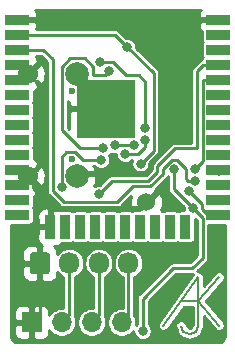
<source format=gbr>
%TF.GenerationSoftware,KiCad,Pcbnew,(5.1.9-0-10_14)*%
%TF.CreationDate,2021-05-02T14:38:14+01:00*%
%TF.ProjectId,Keypad,4b657970-6164-42e6-9b69-6361645f7063,4*%
%TF.SameCoordinates,Original*%
%TF.FileFunction,Copper,L1,Top*%
%TF.FilePolarity,Positive*%
%FSLAX46Y46*%
G04 Gerber Fmt 4.6, Leading zero omitted, Abs format (unit mm)*
G04 Created by KiCad (PCBNEW (5.1.9-0-10_14)) date 2021-05-02 14:38:14*
%MOMM*%
%LPD*%
G01*
G04 APERTURE LIST*
%TA.AperFunction,EtchedComponent*%
%ADD10C,0.200000*%
%TD*%
%TA.AperFunction,SMDPad,CuDef*%
%ADD11R,2.000000X0.900000*%
%TD*%
%TA.AperFunction,SMDPad,CuDef*%
%ADD12R,0.900000X2.000000*%
%TD*%
%TA.AperFunction,SMDPad,CuDef*%
%ADD13R,5.000000X5.000000*%
%TD*%
%TA.AperFunction,ComponentPad*%
%ADD14C,1.524000*%
%TD*%
%TA.AperFunction,ComponentPad*%
%ADD15O,1.700000X1.700000*%
%TD*%
%TA.AperFunction,ComponentPad*%
%ADD16R,1.700000X1.700000*%
%TD*%
%TA.AperFunction,ComponentPad*%
%ADD17O,1.700000X1.850000*%
%TD*%
%TA.AperFunction,ComponentPad*%
%ADD18C,1.700000*%
%TD*%
%TA.AperFunction,ComponentPad*%
%ADD19C,2.000000*%
%TD*%
%TA.AperFunction,ComponentPad*%
%ADD20C,0.600000*%
%TD*%
%TA.AperFunction,ViaPad*%
%ADD21C,0.800000*%
%TD*%
%TA.AperFunction,Conductor*%
%ADD22C,0.250000*%
%TD*%
%TA.AperFunction,Conductor*%
%ADD23C,0.500000*%
%TD*%
%TA.AperFunction,Conductor*%
%ADD24C,0.254000*%
%TD*%
%TA.AperFunction,Conductor*%
%ADD25C,0.100000*%
%TD*%
G04 APERTURE END LIST*
D10*
%TO.C,AJK1*%
X128070000Y-124050000D02*
X126305290Y-126108820D01*
X126305300Y-126109000D02*
X124834700Y-126109000D01*
X126305290Y-126108820D02*
X128070000Y-128167650D01*
X125050074Y-128687579D02*
X124834712Y-128167650D01*
X126089938Y-128687579D02*
X125570006Y-128902940D01*
X125570006Y-128902940D02*
X125050074Y-128687579D01*
X126305300Y-124050000D02*
X126305300Y-128167650D01*
X126305300Y-128167650D02*
X126089938Y-128687579D01*
X123364120Y-128167650D02*
X126305300Y-124050000D01*
%TD*%
D11*
%TO.P,U1,38*%
%TO.N,GND*%
X128000000Y-102295000D03*
%TO.P,U1,37*%
%TO.N,Net-(U1-Pad37)*%
X128000000Y-103565000D03*
%TO.P,U1,36*%
%TO.N,Net-(U1-Pad36)*%
X128000000Y-104835000D03*
%TO.P,U1,35*%
%TO.N,O*%
X128000000Y-106105000D03*
%TO.P,U1,34*%
%TO.N,I*%
X128000000Y-107375000D03*
%TO.P,U1,33*%
%TO.N,Net-(U1-Pad33)*%
X128000000Y-108645000D03*
%TO.P,U1,32*%
%TO.N,Net-(U1-Pad32)*%
X128000000Y-109915000D03*
%TO.P,U1,31*%
%TO.N,Net-(U1-Pad31)*%
X128000000Y-111185000D03*
%TO.P,U1,30*%
%TO.N,Net-(U1-Pad30)*%
X128000000Y-112455000D03*
%TO.P,U1,29*%
%TO.N,Net-(U1-Pad29)*%
X128000000Y-113725000D03*
%TO.P,U1,28*%
%TO.N,Net-(U1-Pad28)*%
X128000000Y-114995000D03*
%TO.P,U1,27*%
%TO.N,Net-(U1-Pad27)*%
X128000000Y-116265000D03*
%TO.P,U1,26*%
%TO.N,Net-(U1-Pad26)*%
X128000000Y-117535000D03*
%TO.P,U1,25*%
%TO.N,GPIO0*%
X128000000Y-118805000D03*
D12*
%TO.P,U1,24*%
%TO.N,Net-(U1-Pad24)*%
X125215000Y-119805000D03*
%TO.P,U1,23*%
%TO.N,Net-(U1-Pad23)*%
X123945000Y-119805000D03*
%TO.P,U1,22*%
%TO.N,Net-(U1-Pad22)*%
X122675000Y-119805000D03*
%TO.P,U1,21*%
%TO.N,Net-(U1-Pad21)*%
X121405000Y-119805000D03*
%TO.P,U1,20*%
%TO.N,Net-(U1-Pad20)*%
X120135000Y-119805000D03*
%TO.P,U1,19*%
%TO.N,Net-(U1-Pad19)*%
X118865000Y-119805000D03*
%TO.P,U1,18*%
%TO.N,Net-(U1-Pad18)*%
X117595000Y-119805000D03*
%TO.P,U1,17*%
%TO.N,Net-(U1-Pad17)*%
X116325000Y-119805000D03*
%TO.P,U1,16*%
%TO.N,Net-(U1-Pad16)*%
X115055000Y-119805000D03*
%TO.P,U1,15*%
%TO.N,GND*%
X113785000Y-119805000D03*
D11*
%TO.P,U1,14*%
%TO.N,Net-(U1-Pad14)*%
X111000000Y-118805000D03*
%TO.P,U1,13*%
%TO.N,Net-(U1-Pad13)*%
X111000000Y-117535000D03*
%TO.P,U1,12*%
%TO.N,GND*%
X111000000Y-116265000D03*
%TO.P,U1,11*%
X111000000Y-114995000D03*
%TO.P,U1,10*%
%TO.N,Net-(U1-Pad10)*%
X111000000Y-113725000D03*
%TO.P,U1,9*%
%TO.N,Net-(U1-Pad9)*%
X111000000Y-112455000D03*
%TO.P,U1,8*%
%TO.N,Net-(U1-Pad8)*%
X111000000Y-111185000D03*
%TO.P,U1,7*%
%TO.N,Net-(U1-Pad7)*%
X111000000Y-109915000D03*
%TO.P,U1,6*%
%TO.N,Net-(U1-Pad6)*%
X111000000Y-108645000D03*
%TO.P,U1,5*%
%TO.N,GND*%
X111000000Y-107375000D03*
%TO.P,U1,4*%
X111000000Y-106105000D03*
%TO.P,U1,3*%
%TO.N,EN*%
X111000000Y-104835000D03*
%TO.P,U1,2*%
%TO.N,+3V3*%
X111000000Y-103565000D03*
%TO.P,U1,1*%
%TO.N,GND*%
X111000000Y-102295000D03*
D13*
%TO.P,U1,39*%
X118500000Y-109795000D03*
%TD*%
D14*
%TO.P,U2,21*%
%TO.N,GND*%
X121925000Y-117725000D03*
%TD*%
D15*
%TO.P,J3,4*%
%TO.N,Net-(J1-Pad4)*%
X119820000Y-127900000D03*
%TO.P,J3,3*%
%TO.N,Net-(J1-Pad3)*%
X117280000Y-127900000D03*
%TO.P,J3,2*%
%TO.N,VBUS*%
X114740000Y-127900000D03*
D16*
%TO.P,J3,1*%
%TO.N,GND*%
X112200000Y-127900000D03*
%TD*%
D17*
%TO.P,J1,4*%
%TO.N,Net-(J1-Pad4)*%
X120400000Y-122900000D03*
%TO.P,J1,3*%
%TO.N,Net-(J1-Pad3)*%
X117900000Y-122900000D03*
%TO.P,J1,2*%
%TO.N,VBUS*%
X115400000Y-122900000D03*
%TO.P,J1,1*%
%TO.N,GND*%
%TA.AperFunction,ComponentPad*%
G36*
G01*
X112050000Y-123575000D02*
X112050000Y-122225000D01*
G75*
G02*
X112300000Y-121975000I250000J0D01*
G01*
X113500000Y-121975000D01*
G75*
G02*
X113750000Y-122225000I0J-250000D01*
G01*
X113750000Y-123575000D01*
G75*
G02*
X113500000Y-123825000I-250000J0D01*
G01*
X112300000Y-123825000D01*
G75*
G02*
X112050000Y-123575000I0J250000D01*
G01*
G37*
%TD.AperFunction*%
%TD*%
D18*
%TO.P,J2,S1*%
%TO.N,GND*%
X111890000Y-106875000D03*
X111890000Y-115525000D03*
D19*
X116070000Y-106875000D03*
X116070000Y-115525000D03*
D20*
X115590000Y-108310000D03*
X115590000Y-114090000D03*
%TD*%
D21*
%TO.N,D+*%
X121799886Y-112494553D03*
X120129029Y-113632466D03*
%TO.N,GND*%
X111000000Y-102300000D03*
X124600000Y-110600000D03*
X124600000Y-112100000D03*
%TO.N,D-*%
X119238939Y-112907648D03*
X120881915Y-112907456D03*
%TO.N,+3V3*%
X121602532Y-128625010D03*
X125861930Y-118230814D03*
X120273079Y-104570983D03*
X124274290Y-114936020D03*
X121432949Y-114489255D03*
%TO.N,VBUS*%
X118067593Y-114149990D03*
X114737045Y-116461725D03*
%TO.N,O*%
X117899969Y-117009981D03*
%TO.N,I*%
X125997837Y-114925010D03*
%TO.N,EN*%
X126030254Y-115924496D03*
%TO.N,Net-(J2-PadA5)*%
X118767233Y-106605264D03*
X118274320Y-113171579D03*
%TO.N,Net-(J2-PadB5)*%
X118025034Y-105880254D03*
X121799979Y-111471124D03*
%TO.N,Net-(U1-Pad28)*%
X128046649Y-115125010D03*
%TO.N,Net-(U1-Pad27)*%
X127899980Y-116265000D03*
%TO.N,Net-(U1-Pad26)*%
X127899980Y-117535000D03*
%TO.N,GPIO0*%
X125500022Y-116780935D03*
%TD*%
D22*
%TO.N,D+*%
X121227658Y-113632466D02*
X120129029Y-113632466D01*
X121799886Y-112494553D02*
X121799886Y-113060238D01*
X121799886Y-113060238D02*
X121227658Y-113632466D01*
%TO.N,GND*%
X112900000Y-127200000D02*
X112200000Y-127900000D01*
X112900000Y-122900000D02*
X112900000Y-127200000D01*
X111120000Y-106105000D02*
X111890000Y-106875000D01*
X111000000Y-106105000D02*
X111120000Y-106105000D01*
X111390000Y-107375000D02*
X111890000Y-106875000D01*
X111000000Y-107375000D02*
X111390000Y-107375000D01*
X111360000Y-114995000D02*
X111890000Y-115525000D01*
X111000000Y-114995000D02*
X111360000Y-114995000D01*
X111150000Y-116265000D02*
X111890000Y-115525000D01*
X111000000Y-116265000D02*
X111150000Y-116265000D01*
X112325001Y-115960001D02*
X112325001Y-116525001D01*
X111890000Y-115525000D02*
X112325001Y-115960001D01*
X112325001Y-116525001D02*
X113785000Y-117985000D01*
D23*
X116070000Y-107365000D02*
X118500000Y-109795000D01*
X116070000Y-106875000D02*
X116070000Y-107365000D01*
D22*
X113785000Y-118185000D02*
X113785000Y-119805000D01*
X113785000Y-117985000D02*
X113785000Y-118185000D01*
D23*
X121340006Y-118309994D02*
X113909994Y-118309994D01*
X121925000Y-117725000D02*
X121340006Y-118309994D01*
X113909994Y-118309994D02*
X113785000Y-118185000D01*
X122282951Y-114897257D02*
X122282951Y-114452441D01*
X122282951Y-114452441D02*
X123400000Y-113335392D01*
X123400000Y-113335392D02*
X123400000Y-105395000D01*
X116070000Y-115525000D02*
X116252938Y-115342062D01*
X116252938Y-115342062D02*
X121838146Y-115342062D01*
X121838146Y-115342062D02*
X122282951Y-114897257D01*
X126500000Y-102295000D02*
X128000000Y-102295000D01*
X123400000Y-105395000D02*
X126500000Y-102295000D01*
D22*
%TO.N,D-*%
X119239131Y-112907456D02*
X120881915Y-112907456D01*
X119238939Y-112907648D02*
X119239131Y-112907456D01*
%TO.N,+3V3*%
X121602532Y-125897466D02*
X121602532Y-128625010D01*
X124199998Y-123300000D02*
X121602532Y-125897466D01*
X125800000Y-123300000D02*
X124199998Y-123300000D01*
X126674999Y-122425001D02*
X125800000Y-123300000D01*
X126674999Y-119043883D02*
X126674999Y-122425001D01*
X125861930Y-118230814D02*
X126674999Y-119043883D01*
X111000000Y-103565000D02*
X119267096Y-103565000D01*
X119267096Y-103565000D02*
X120273079Y-104570983D01*
X125861930Y-118230814D02*
X124274290Y-116643174D01*
X124274290Y-116643174D02*
X124274290Y-114936020D01*
X120273079Y-104570983D02*
X122524989Y-106822893D01*
X122524989Y-113397215D02*
X121432949Y-114489255D01*
X122524989Y-106822893D02*
X122524989Y-113397215D01*
%TO.N,VBUS*%
X115400000Y-127240000D02*
X114740000Y-127900000D01*
X115400000Y-122900000D02*
X115400000Y-127240000D01*
X116574992Y-114149990D02*
X115890001Y-113464999D01*
X114737045Y-113862955D02*
X114737045Y-116461725D01*
X118067593Y-114149990D02*
X116574992Y-114149990D01*
X115890001Y-113464999D02*
X115135001Y-113464999D01*
X115135001Y-113464999D02*
X114737045Y-113862955D01*
%TO.N,O*%
X126224988Y-113175012D02*
X124373568Y-113175012D01*
X126224988Y-106630012D02*
X126224988Y-113175012D01*
X122857962Y-114690618D02*
X122857962Y-115135434D01*
X124373568Y-113175012D02*
X122857962Y-114690618D01*
X122076323Y-115917073D02*
X118992877Y-115917073D01*
X118992877Y-115917073D02*
X117899969Y-117009981D01*
X128000000Y-106105000D02*
X126750000Y-106105000D01*
X126750000Y-106105000D02*
X126224988Y-106630012D01*
X122857962Y-115135434D02*
X122076323Y-115917073D01*
%TO.N,I*%
X126674999Y-107450001D02*
X126674999Y-114247848D01*
X126674999Y-114247848D02*
X125997837Y-114925010D01*
X126750000Y-107375000D02*
X126674999Y-107450001D01*
X128000000Y-107375000D02*
X126750000Y-107375000D01*
%TO.N,EN*%
X114984983Y-117734983D02*
X119402296Y-117734983D01*
X113198590Y-104835000D02*
X113987044Y-105623454D01*
X120770195Y-116367084D02*
X122262723Y-116367084D01*
X113987044Y-105623454D02*
X113987044Y-116737044D01*
X111000000Y-104835000D02*
X113198590Y-104835000D01*
X123307973Y-114877017D02*
X124060414Y-114124577D01*
X122262723Y-116367084D02*
X123307973Y-115321834D01*
X113987044Y-116737044D02*
X114984983Y-117734983D01*
X119402296Y-117734983D02*
X120770195Y-116367084D01*
X124060414Y-114124577D02*
X124488167Y-114124577D01*
X123307973Y-115321834D02*
X123307973Y-114877017D01*
X124488167Y-114124577D02*
X125272836Y-114909246D01*
X125272836Y-114909246D02*
X125272836Y-115732763D01*
X125272836Y-115732763D02*
X125464569Y-115924496D01*
X125464569Y-115924496D02*
X126030254Y-115924496D01*
%TO.N,Net-(J2-PadA5)*%
X114744999Y-106238999D02*
X114744999Y-111625001D01*
X114744999Y-111625001D02*
X116291577Y-113171579D01*
X117395001Y-106969999D02*
X117395001Y-106238999D01*
X115433999Y-105549999D02*
X114744999Y-106238999D01*
X118767233Y-106605264D02*
X118402498Y-106969999D01*
X116291577Y-113171579D02*
X118274320Y-113171579D01*
X118402498Y-106969999D02*
X117395001Y-106969999D01*
X117395001Y-106238999D02*
X116706001Y-105549999D01*
X116706001Y-105549999D02*
X115433999Y-105549999D01*
%TO.N,Net-(J2-PadB5)*%
X118025034Y-105880254D02*
X119080254Y-105880254D01*
X121799979Y-107509977D02*
X121799979Y-111471124D01*
X121260001Y-106969999D02*
X121799979Y-107509977D01*
X119080254Y-105880254D02*
X120169999Y-106969999D01*
X120169999Y-106969999D02*
X121260001Y-106969999D01*
%TO.N,Net-(U1-Pad28)*%
X127916639Y-114995000D02*
X128046649Y-115125010D01*
X127257310Y-114995000D02*
X127916639Y-114995000D01*
%TO.N,Net-(J1-Pad4)*%
X120400000Y-127320000D02*
X119820000Y-127900000D01*
X120400000Y-122900000D02*
X120400000Y-127320000D01*
%TO.N,Net-(J1-Pad3)*%
X117900000Y-127280000D02*
X117280000Y-127900000D01*
X117900000Y-122900000D02*
X117900000Y-127280000D01*
%TO.N,GPIO0*%
X128000000Y-118805000D02*
X127105000Y-118805000D01*
X127105000Y-118805000D02*
X126600000Y-118300000D01*
X126600000Y-117880913D02*
X126600000Y-118300000D01*
X125500022Y-116780935D02*
X126600000Y-117880913D01*
%TD*%
D24*
%TO.N,GND*%
X113485044Y-105831389D02*
X113485045Y-116712391D01*
X113482617Y-116737044D01*
X113492309Y-116835453D01*
X113521014Y-116930080D01*
X113567628Y-117017289D01*
X113614645Y-117074579D01*
X113614648Y-117074582D01*
X113630361Y-117093728D01*
X113649507Y-117109441D01*
X114612590Y-118072526D01*
X114628299Y-118091667D01*
X114647439Y-118107375D01*
X114647447Y-118107383D01*
X114674970Y-118129970D01*
X114704738Y-118154400D01*
X114791947Y-118201014D01*
X114886574Y-118229719D01*
X114960330Y-118236983D01*
X114960340Y-118236983D01*
X114984983Y-118239410D01*
X115009626Y-118236983D01*
X119377653Y-118236983D01*
X119402296Y-118239410D01*
X119426939Y-118236983D01*
X119426949Y-118236983D01*
X119500705Y-118229719D01*
X119595332Y-118201014D01*
X119682541Y-118154400D01*
X119758980Y-118091667D01*
X119774697Y-118072516D01*
X120611190Y-117236024D01*
X120602244Y-117255048D01*
X120535977Y-117522135D01*
X120523090Y-117797017D01*
X120564078Y-118069133D01*
X120657364Y-118328023D01*
X120719344Y-118443980D01*
X120792492Y-118464387D01*
X120770000Y-118476409D01*
X120729970Y-118455012D01*
X120658905Y-118433455D01*
X120585000Y-118426176D01*
X119685000Y-118426176D01*
X119611095Y-118433455D01*
X119540030Y-118455012D01*
X119500000Y-118476409D01*
X119459970Y-118455012D01*
X119388905Y-118433455D01*
X119315000Y-118426176D01*
X118415000Y-118426176D01*
X118341095Y-118433455D01*
X118270030Y-118455012D01*
X118230000Y-118476409D01*
X118189970Y-118455012D01*
X118118905Y-118433455D01*
X118045000Y-118426176D01*
X117145000Y-118426176D01*
X117071095Y-118433455D01*
X117000030Y-118455012D01*
X116960000Y-118476409D01*
X116919970Y-118455012D01*
X116848905Y-118433455D01*
X116775000Y-118426176D01*
X115875000Y-118426176D01*
X115801095Y-118433455D01*
X115730030Y-118455012D01*
X115690000Y-118476409D01*
X115649970Y-118455012D01*
X115578905Y-118433455D01*
X115505000Y-118426176D01*
X114745570Y-118426176D01*
X114686185Y-118353815D01*
X114589494Y-118274463D01*
X114479180Y-118215498D01*
X114359482Y-118179188D01*
X114235000Y-118166928D01*
X114070750Y-118170000D01*
X113912000Y-118328750D01*
X113912000Y-119678000D01*
X113932000Y-119678000D01*
X113932000Y-119932000D01*
X113912000Y-119932000D01*
X113912000Y-119952000D01*
X113658000Y-119952000D01*
X113658000Y-119932000D01*
X112858750Y-119932000D01*
X112700000Y-120090750D01*
X112696928Y-120805000D01*
X112709188Y-120929482D01*
X112745498Y-121049180D01*
X112804463Y-121159494D01*
X112883815Y-121256185D01*
X112980506Y-121335537D01*
X113090820Y-121394502D01*
X113121839Y-121403911D01*
X113027000Y-121498750D01*
X113027000Y-122773000D01*
X113047000Y-122773000D01*
X113047000Y-123027000D01*
X113027000Y-123027000D01*
X113027000Y-124301250D01*
X113185750Y-124460000D01*
X113750000Y-124463072D01*
X113874482Y-124450812D01*
X113994180Y-124414502D01*
X114104494Y-124355537D01*
X114201185Y-124276185D01*
X114280537Y-124179494D01*
X114339502Y-124069180D01*
X114375812Y-123949482D01*
X114388072Y-123825000D01*
X114387352Y-123675216D01*
X114528184Y-123846817D01*
X114715018Y-124000149D01*
X114898000Y-124097954D01*
X114898001Y-126680390D01*
X114860849Y-126673000D01*
X114619151Y-126673000D01*
X114382097Y-126720153D01*
X114158798Y-126812647D01*
X113957833Y-126946927D01*
X113786927Y-127117833D01*
X113686888Y-127267553D01*
X113688072Y-127050000D01*
X113675812Y-126925518D01*
X113639502Y-126805820D01*
X113580537Y-126695506D01*
X113501185Y-126598815D01*
X113404494Y-126519463D01*
X113294180Y-126460498D01*
X113174482Y-126424188D01*
X113050000Y-126411928D01*
X112485750Y-126415000D01*
X112327000Y-126573750D01*
X112327000Y-127773000D01*
X112347000Y-127773000D01*
X112347000Y-128027000D01*
X112327000Y-128027000D01*
X112327000Y-129226250D01*
X112485750Y-129385000D01*
X113050000Y-129388072D01*
X113174482Y-129375812D01*
X113294180Y-129339502D01*
X113404494Y-129280537D01*
X113501185Y-129201185D01*
X113580537Y-129104494D01*
X113639502Y-128994180D01*
X113675812Y-128874482D01*
X113688072Y-128750000D01*
X113686888Y-128532447D01*
X113786927Y-128682167D01*
X113957833Y-128853073D01*
X114158798Y-128987353D01*
X114382097Y-129079847D01*
X114619151Y-129127000D01*
X114860849Y-129127000D01*
X115097903Y-129079847D01*
X115321202Y-128987353D01*
X115522167Y-128853073D01*
X115693073Y-128682167D01*
X115827353Y-128481202D01*
X115919847Y-128257903D01*
X115967000Y-128020849D01*
X115967000Y-127779151D01*
X116053000Y-127779151D01*
X116053000Y-128020849D01*
X116100153Y-128257903D01*
X116192647Y-128481202D01*
X116326927Y-128682167D01*
X116497833Y-128853073D01*
X116698798Y-128987353D01*
X116922097Y-129079847D01*
X117159151Y-129127000D01*
X117400849Y-129127000D01*
X117637903Y-129079847D01*
X117861202Y-128987353D01*
X118062167Y-128853073D01*
X118233073Y-128682167D01*
X118367353Y-128481202D01*
X118459847Y-128257903D01*
X118507000Y-128020849D01*
X118507000Y-127779151D01*
X118459847Y-127542097D01*
X118393598Y-127382159D01*
X118394736Y-127378409D01*
X118402000Y-127304653D01*
X118402000Y-127304644D01*
X118404427Y-127280001D01*
X118402000Y-127255358D01*
X118402000Y-124097955D01*
X118584983Y-124000149D01*
X118771817Y-123846817D01*
X118925149Y-123659982D01*
X119039084Y-123446823D01*
X119109245Y-123215533D01*
X119127000Y-123035267D01*
X119127000Y-122764732D01*
X119109245Y-122584466D01*
X119039084Y-122353176D01*
X118925149Y-122140017D01*
X118771817Y-121953183D01*
X118584982Y-121799851D01*
X118371823Y-121685916D01*
X118140533Y-121615755D01*
X117900000Y-121592064D01*
X117659466Y-121615755D01*
X117428176Y-121685916D01*
X117215017Y-121799851D01*
X117028183Y-121953183D01*
X116874851Y-122140018D01*
X116760916Y-122353177D01*
X116690755Y-122584467D01*
X116673000Y-122764733D01*
X116673000Y-123035268D01*
X116690755Y-123215534D01*
X116760916Y-123446824D01*
X116874851Y-123659983D01*
X117028184Y-123846817D01*
X117215018Y-124000149D01*
X117398000Y-124097954D01*
X117398001Y-126673000D01*
X117159151Y-126673000D01*
X116922097Y-126720153D01*
X116698798Y-126812647D01*
X116497833Y-126946927D01*
X116326927Y-127117833D01*
X116192647Y-127318798D01*
X116100153Y-127542097D01*
X116053000Y-127779151D01*
X115967000Y-127779151D01*
X115919847Y-127542097D01*
X115869684Y-127420994D01*
X115894736Y-127338409D01*
X115902000Y-127264653D01*
X115902000Y-127264643D01*
X115904427Y-127240000D01*
X115902000Y-127215357D01*
X115902000Y-124097955D01*
X116084983Y-124000149D01*
X116271817Y-123846817D01*
X116425149Y-123659982D01*
X116539084Y-123446823D01*
X116609245Y-123215533D01*
X116627000Y-123035267D01*
X116627000Y-122764732D01*
X116609245Y-122584466D01*
X116539084Y-122353176D01*
X116425149Y-122140017D01*
X116271817Y-121953183D01*
X116084982Y-121799851D01*
X115871823Y-121685916D01*
X115640533Y-121615755D01*
X115400000Y-121592064D01*
X115159466Y-121615755D01*
X114928176Y-121685916D01*
X114715017Y-121799851D01*
X114528183Y-121953183D01*
X114387352Y-122124785D01*
X114388072Y-121975000D01*
X114375812Y-121850518D01*
X114339502Y-121730820D01*
X114280537Y-121620506D01*
X114201185Y-121523815D01*
X114104494Y-121444463D01*
X114097065Y-121440492D01*
X114235000Y-121443072D01*
X114359482Y-121430812D01*
X114479180Y-121394502D01*
X114589494Y-121335537D01*
X114686185Y-121256185D01*
X114745570Y-121183824D01*
X115505000Y-121183824D01*
X115578905Y-121176545D01*
X115649970Y-121154988D01*
X115690000Y-121133591D01*
X115730030Y-121154988D01*
X115801095Y-121176545D01*
X115875000Y-121183824D01*
X116775000Y-121183824D01*
X116848905Y-121176545D01*
X116919970Y-121154988D01*
X116960000Y-121133591D01*
X117000030Y-121154988D01*
X117071095Y-121176545D01*
X117145000Y-121183824D01*
X118045000Y-121183824D01*
X118118905Y-121176545D01*
X118189970Y-121154988D01*
X118230000Y-121133591D01*
X118270030Y-121154988D01*
X118341095Y-121176545D01*
X118415000Y-121183824D01*
X119315000Y-121183824D01*
X119388905Y-121176545D01*
X119459970Y-121154988D01*
X119500000Y-121133591D01*
X119540030Y-121154988D01*
X119611095Y-121176545D01*
X119685000Y-121183824D01*
X120585000Y-121183824D01*
X120658905Y-121176545D01*
X120729970Y-121154988D01*
X120770000Y-121133591D01*
X120810030Y-121154988D01*
X120881095Y-121176545D01*
X120955000Y-121183824D01*
X121855000Y-121183824D01*
X121928905Y-121176545D01*
X121999970Y-121154988D01*
X122040000Y-121133591D01*
X122080030Y-121154988D01*
X122151095Y-121176545D01*
X122225000Y-121183824D01*
X123125000Y-121183824D01*
X123198905Y-121176545D01*
X123269970Y-121154988D01*
X123310000Y-121133591D01*
X123350030Y-121154988D01*
X123421095Y-121176545D01*
X123495000Y-121183824D01*
X124395000Y-121183824D01*
X124468905Y-121176545D01*
X124539970Y-121154988D01*
X124580000Y-121133591D01*
X124620030Y-121154988D01*
X124691095Y-121176545D01*
X124765000Y-121183824D01*
X125665000Y-121183824D01*
X125738905Y-121176545D01*
X125809970Y-121154988D01*
X125875463Y-121119981D01*
X125932869Y-121072869D01*
X125979981Y-121015463D01*
X126014988Y-120949970D01*
X126036545Y-120878905D01*
X126043824Y-120805000D01*
X126043824Y-119122643D01*
X126172999Y-119251818D01*
X126173000Y-122217065D01*
X125592066Y-122798000D01*
X124224641Y-122798000D01*
X124199998Y-122795573D01*
X124175355Y-122798000D01*
X124175345Y-122798000D01*
X124101589Y-122805264D01*
X124006962Y-122833969D01*
X123966366Y-122855668D01*
X123919752Y-122880583D01*
X123862462Y-122927600D01*
X123862454Y-122927608D01*
X123843314Y-122943316D01*
X123827605Y-122962457D01*
X121264999Y-125525065D01*
X121245848Y-125540782D01*
X121183115Y-125617221D01*
X121136501Y-125704431D01*
X121107796Y-125799058D01*
X121100532Y-125872814D01*
X121100532Y-125872823D01*
X121098105Y-125897466D01*
X121100532Y-125922109D01*
X121100533Y-128028164D01*
X121031891Y-128096806D01*
X121047000Y-128020849D01*
X121047000Y-127779151D01*
X120999847Y-127542097D01*
X120907353Y-127318798D01*
X120903782Y-127313454D01*
X120902000Y-127295357D01*
X120902000Y-124097955D01*
X121084983Y-124000149D01*
X121271817Y-123846817D01*
X121425149Y-123659982D01*
X121539084Y-123446823D01*
X121609245Y-123215533D01*
X121627000Y-123035267D01*
X121627000Y-122764732D01*
X121609245Y-122584466D01*
X121539084Y-122353176D01*
X121425149Y-122140017D01*
X121271817Y-121953183D01*
X121084982Y-121799851D01*
X120871823Y-121685916D01*
X120640533Y-121615755D01*
X120400000Y-121592064D01*
X120159466Y-121615755D01*
X119928176Y-121685916D01*
X119715017Y-121799851D01*
X119528183Y-121953183D01*
X119374851Y-122140018D01*
X119260916Y-122353177D01*
X119190755Y-122584467D01*
X119173000Y-122764733D01*
X119173000Y-123035268D01*
X119190755Y-123215534D01*
X119260916Y-123446824D01*
X119374851Y-123659983D01*
X119528184Y-123846817D01*
X119715018Y-124000149D01*
X119898000Y-124097954D01*
X119898001Y-126673000D01*
X119699151Y-126673000D01*
X119462097Y-126720153D01*
X119238798Y-126812647D01*
X119037833Y-126946927D01*
X118866927Y-127117833D01*
X118732647Y-127318798D01*
X118640153Y-127542097D01*
X118593000Y-127779151D01*
X118593000Y-128020849D01*
X118640153Y-128257903D01*
X118732647Y-128481202D01*
X118866927Y-128682167D01*
X119037833Y-128853073D01*
X119238798Y-128987353D01*
X119462097Y-129079847D01*
X119699151Y-129127000D01*
X119940849Y-129127000D01*
X120177903Y-129079847D01*
X120401202Y-128987353D01*
X120602167Y-128853073D01*
X120773073Y-128682167D01*
X120825532Y-128603656D01*
X120825532Y-128701538D01*
X120855391Y-128851653D01*
X120913963Y-128993058D01*
X120998996Y-129120319D01*
X121107223Y-129228546D01*
X121234484Y-129313579D01*
X121375889Y-129372151D01*
X121526004Y-129402010D01*
X121679060Y-129402010D01*
X121829175Y-129372151D01*
X121970580Y-129313579D01*
X122097841Y-129228546D01*
X122206068Y-129120319D01*
X122291101Y-128993058D01*
X122349673Y-128851653D01*
X122379532Y-128701538D01*
X122379532Y-128548482D01*
X122349673Y-128398367D01*
X122291101Y-128256962D01*
X122206068Y-128129701D01*
X122104532Y-128028165D01*
X122104532Y-126105400D01*
X124407934Y-123802000D01*
X125775357Y-123802000D01*
X125800000Y-123804427D01*
X125824643Y-123802000D01*
X125824653Y-123802000D01*
X125898409Y-123794736D01*
X125901356Y-123793842D01*
X125899194Y-123797886D01*
X124454943Y-125819838D01*
X124436171Y-125842711D01*
X124428935Y-125856249D01*
X122962355Y-127909460D01*
X122927236Y-127970503D01*
X122897169Y-128059523D01*
X122885047Y-128152698D01*
X122891335Y-128246447D01*
X122915792Y-128337168D01*
X122957478Y-128421376D01*
X123014792Y-128495833D01*
X123085529Y-128557678D01*
X123166973Y-128604534D01*
X123255993Y-128634601D01*
X123349168Y-128646723D01*
X123442917Y-128640435D01*
X123533638Y-128615978D01*
X123617846Y-128574292D01*
X123692303Y-128516978D01*
X123738656Y-128463960D01*
X125080057Y-126586000D01*
X125828301Y-126586000D01*
X125828301Y-128072768D01*
X125724859Y-128322499D01*
X125570006Y-128386640D01*
X125415153Y-128322499D01*
X125266438Y-127963470D01*
X125233240Y-127901362D01*
X125173633Y-127828729D01*
X125101000Y-127769121D01*
X125018134Y-127724829D01*
X124928220Y-127697553D01*
X124834712Y-127688343D01*
X124741204Y-127697554D01*
X124651289Y-127724829D01*
X124568424Y-127769122D01*
X124495791Y-127828729D01*
X124436183Y-127901362D01*
X124391891Y-127984228D01*
X124364615Y-128074142D01*
X124355405Y-128167650D01*
X124364616Y-128261158D01*
X124385058Y-128328550D01*
X124600420Y-128848477D01*
X124607253Y-128871003D01*
X124651546Y-128953868D01*
X124688201Y-128998532D01*
X124711153Y-129026500D01*
X124783786Y-129086108D01*
X124866651Y-129130400D01*
X124889177Y-129137233D01*
X125365826Y-129334667D01*
X125386582Y-129345761D01*
X125409105Y-129352593D01*
X125409107Y-129352594D01*
X125476499Y-129373037D01*
X125551585Y-129380433D01*
X125570005Y-129382247D01*
X125570007Y-129382247D01*
X125663516Y-129373037D01*
X125753430Y-129345761D01*
X125774189Y-129334665D01*
X126250841Y-129137231D01*
X126273360Y-129130400D01*
X126294112Y-129119308D01*
X126294117Y-129119306D01*
X126328135Y-129101123D01*
X126356226Y-129086108D01*
X126428859Y-129026500D01*
X126451811Y-128998532D01*
X126488466Y-128953868D01*
X126532759Y-128871003D01*
X126539593Y-128848474D01*
X126737023Y-128371837D01*
X126748122Y-128351073D01*
X126775397Y-128261158D01*
X126782300Y-128191073D01*
X126782300Y-128191071D01*
X126784607Y-128167651D01*
X126782300Y-128144228D01*
X126782300Y-127398286D01*
X127723077Y-128495861D01*
X127773929Y-128544581D01*
X127853154Y-128595099D01*
X127940712Y-128629190D01*
X128033238Y-128645544D01*
X128127177Y-128643534D01*
X128218919Y-128623235D01*
X128304938Y-128585428D01*
X128381928Y-128531566D01*
X128446931Y-128463719D01*
X128497449Y-128384495D01*
X128531540Y-128296937D01*
X128547894Y-128204411D01*
X128545884Y-128110472D01*
X128525585Y-128018730D01*
X128487778Y-127932711D01*
X128447408Y-127875006D01*
X126933536Y-126108821D01*
X128447408Y-124342644D01*
X128487778Y-124284940D01*
X128525585Y-124198921D01*
X128545884Y-124107179D01*
X128547895Y-124013240D01*
X128531541Y-123920714D01*
X128497450Y-123833156D01*
X128446932Y-123753931D01*
X128381929Y-123686084D01*
X128304939Y-123632222D01*
X128218920Y-123594415D01*
X128127178Y-123574116D01*
X128033239Y-123572105D01*
X127940713Y-123588459D01*
X127853155Y-123622550D01*
X127773930Y-123673068D01*
X127723078Y-123721788D01*
X126782300Y-124819358D01*
X126782300Y-124080886D01*
X126784373Y-124064952D01*
X126782300Y-124034045D01*
X126782300Y-124026577D01*
X126780730Y-124010635D01*
X126778085Y-123971203D01*
X126776133Y-123963961D01*
X126775397Y-123956492D01*
X126763916Y-123918642D01*
X126753628Y-123880481D01*
X126750301Y-123873760D01*
X126748122Y-123866577D01*
X126729474Y-123831690D01*
X126711942Y-123796274D01*
X126707368Y-123790331D01*
X126703829Y-123783711D01*
X126678739Y-123753139D01*
X126654629Y-123721817D01*
X126648981Y-123716879D01*
X126644221Y-123711079D01*
X126613651Y-123685991D01*
X126583891Y-123659972D01*
X126577390Y-123656232D01*
X126571589Y-123651471D01*
X126536707Y-123632826D01*
X126502447Y-123613116D01*
X126495341Y-123610716D01*
X126488722Y-123607178D01*
X126450879Y-123595699D01*
X126413427Y-123583049D01*
X126405987Y-123582081D01*
X126398807Y-123579903D01*
X126359446Y-123576026D01*
X126320252Y-123570927D01*
X126312770Y-123571429D01*
X126305300Y-123570693D01*
X126265937Y-123574570D01*
X126233166Y-123576768D01*
X127012537Y-122797398D01*
X127031683Y-122781685D01*
X127094416Y-122705246D01*
X127141030Y-122618037D01*
X127169735Y-122523410D01*
X127176999Y-122449654D01*
X127176999Y-122449645D01*
X127179426Y-122425002D01*
X127176999Y-122400359D01*
X127176999Y-119633824D01*
X128573001Y-119633824D01*
X128573001Y-128979107D01*
X128560078Y-129110899D01*
X128527873Y-129217570D01*
X128475558Y-129315961D01*
X128405130Y-129402313D01*
X128319270Y-129473343D01*
X128221255Y-129526339D01*
X128114807Y-129559290D01*
X127984371Y-129573000D01*
X111020883Y-129573000D01*
X110889101Y-129560078D01*
X110782430Y-129527873D01*
X110684039Y-129475558D01*
X110597687Y-129405130D01*
X110526657Y-129319270D01*
X110473661Y-129221255D01*
X110440710Y-129114807D01*
X110427000Y-128984371D01*
X110427000Y-128750000D01*
X110711928Y-128750000D01*
X110724188Y-128874482D01*
X110760498Y-128994180D01*
X110819463Y-129104494D01*
X110898815Y-129201185D01*
X110995506Y-129280537D01*
X111105820Y-129339502D01*
X111225518Y-129375812D01*
X111350000Y-129388072D01*
X111914250Y-129385000D01*
X112073000Y-129226250D01*
X112073000Y-128027000D01*
X110873750Y-128027000D01*
X110715000Y-128185750D01*
X110711928Y-128750000D01*
X110427000Y-128750000D01*
X110427000Y-127050000D01*
X110711928Y-127050000D01*
X110715000Y-127614250D01*
X110873750Y-127773000D01*
X112073000Y-127773000D01*
X112073000Y-126573750D01*
X111914250Y-126415000D01*
X111350000Y-126411928D01*
X111225518Y-126424188D01*
X111105820Y-126460498D01*
X110995506Y-126519463D01*
X110898815Y-126598815D01*
X110819463Y-126695506D01*
X110760498Y-126805820D01*
X110724188Y-126925518D01*
X110711928Y-127050000D01*
X110427000Y-127050000D01*
X110427000Y-123825000D01*
X111411928Y-123825000D01*
X111424188Y-123949482D01*
X111460498Y-124069180D01*
X111519463Y-124179494D01*
X111598815Y-124276185D01*
X111695506Y-124355537D01*
X111805820Y-124414502D01*
X111925518Y-124450812D01*
X112050000Y-124463072D01*
X112614250Y-124460000D01*
X112773000Y-124301250D01*
X112773000Y-123027000D01*
X111573750Y-123027000D01*
X111415000Y-123185750D01*
X111411928Y-123825000D01*
X110427000Y-123825000D01*
X110427000Y-121975000D01*
X111411928Y-121975000D01*
X111415000Y-122614250D01*
X111573750Y-122773000D01*
X112773000Y-122773000D01*
X112773000Y-121498750D01*
X112614250Y-121340000D01*
X112050000Y-121336928D01*
X111925518Y-121349188D01*
X111805820Y-121385498D01*
X111695506Y-121444463D01*
X111598815Y-121523815D01*
X111519463Y-121620506D01*
X111460498Y-121730820D01*
X111424188Y-121850518D01*
X111411928Y-121975000D01*
X110427000Y-121975000D01*
X110427000Y-119633824D01*
X112000000Y-119633824D01*
X112073905Y-119626545D01*
X112144970Y-119604988D01*
X112210463Y-119569981D01*
X112267869Y-119522869D01*
X112314981Y-119465463D01*
X112349988Y-119399970D01*
X112371545Y-119328905D01*
X112378824Y-119255000D01*
X112378824Y-118805000D01*
X112696928Y-118805000D01*
X112700000Y-119519250D01*
X112858750Y-119678000D01*
X113658000Y-119678000D01*
X113658000Y-118328750D01*
X113499250Y-118170000D01*
X113335000Y-118166928D01*
X113210518Y-118179188D01*
X113090820Y-118215498D01*
X112980506Y-118274463D01*
X112883815Y-118353815D01*
X112804463Y-118450506D01*
X112745498Y-118560820D01*
X112709188Y-118680518D01*
X112696928Y-118805000D01*
X112378824Y-118805000D01*
X112378824Y-118355000D01*
X112371545Y-118281095D01*
X112349988Y-118210030D01*
X112328591Y-118170000D01*
X112349988Y-118129970D01*
X112371545Y-118058905D01*
X112378824Y-117985000D01*
X112378824Y-117225570D01*
X112451185Y-117166185D01*
X112530537Y-117069494D01*
X112589502Y-116959180D01*
X112625812Y-116839482D01*
X112627696Y-116820357D01*
X112661157Y-116802472D01*
X112738792Y-116553397D01*
X112323395Y-116138000D01*
X112476250Y-116138000D01*
X112579428Y-116034823D01*
X112918397Y-116373792D01*
X113167472Y-116296157D01*
X113293371Y-116032117D01*
X113365339Y-115748589D01*
X113380611Y-115456469D01*
X113338599Y-115166981D01*
X113240919Y-114891253D01*
X113167472Y-114753843D01*
X112918397Y-114676208D01*
X112635000Y-114959605D01*
X112635000Y-114867998D01*
X112476252Y-114867998D01*
X112635000Y-114709250D01*
X112637075Y-114598320D01*
X112738792Y-114496603D01*
X112661157Y-114247528D01*
X112523445Y-114181865D01*
X112451185Y-114093815D01*
X112378824Y-114034430D01*
X112378824Y-113275000D01*
X112371545Y-113201095D01*
X112349988Y-113130030D01*
X112328591Y-113090000D01*
X112349988Y-113049970D01*
X112371545Y-112978905D01*
X112378824Y-112905000D01*
X112378824Y-112005000D01*
X112371545Y-111931095D01*
X112349988Y-111860030D01*
X112328591Y-111820000D01*
X112349988Y-111779970D01*
X112371545Y-111708905D01*
X112378824Y-111635000D01*
X112378824Y-110735000D01*
X112371545Y-110661095D01*
X112349988Y-110590030D01*
X112328591Y-110550000D01*
X112349988Y-110509970D01*
X112371545Y-110438905D01*
X112378824Y-110365000D01*
X112378824Y-109465000D01*
X112371545Y-109391095D01*
X112349988Y-109320030D01*
X112328591Y-109280000D01*
X112349988Y-109239970D01*
X112371545Y-109168905D01*
X112378824Y-109095000D01*
X112378824Y-108335570D01*
X112451185Y-108276185D01*
X112479603Y-108241558D01*
X112523747Y-108225919D01*
X112661157Y-108152472D01*
X112738792Y-107903397D01*
X112637647Y-107802252D01*
X112635000Y-107660750D01*
X112476252Y-107502002D01*
X112635000Y-107502002D01*
X112635000Y-107440395D01*
X112918397Y-107723792D01*
X113167472Y-107646157D01*
X113293371Y-107382117D01*
X113365339Y-107098589D01*
X113380611Y-106806469D01*
X113338599Y-106516981D01*
X113240919Y-106241253D01*
X113167472Y-106103843D01*
X112918397Y-106026208D01*
X112594428Y-106350178D01*
X112476250Y-106232000D01*
X112353395Y-106232000D01*
X112738792Y-105846603D01*
X112661157Y-105597528D01*
X112630995Y-105583146D01*
X112625812Y-105530518D01*
X112589502Y-105410820D01*
X112550044Y-105337000D01*
X112990656Y-105337000D01*
X113485044Y-105831389D01*
%TA.AperFunction,Conductor*%
D25*
G36*
X113485044Y-105831389D02*
G01*
X113485045Y-116712391D01*
X113482617Y-116737044D01*
X113492309Y-116835453D01*
X113521014Y-116930080D01*
X113567628Y-117017289D01*
X113614645Y-117074579D01*
X113614648Y-117074582D01*
X113630361Y-117093728D01*
X113649507Y-117109441D01*
X114612590Y-118072526D01*
X114628299Y-118091667D01*
X114647439Y-118107375D01*
X114647447Y-118107383D01*
X114674970Y-118129970D01*
X114704738Y-118154400D01*
X114791947Y-118201014D01*
X114886574Y-118229719D01*
X114960330Y-118236983D01*
X114960340Y-118236983D01*
X114984983Y-118239410D01*
X115009626Y-118236983D01*
X119377653Y-118236983D01*
X119402296Y-118239410D01*
X119426939Y-118236983D01*
X119426949Y-118236983D01*
X119500705Y-118229719D01*
X119595332Y-118201014D01*
X119682541Y-118154400D01*
X119758980Y-118091667D01*
X119774697Y-118072516D01*
X120611190Y-117236024D01*
X120602244Y-117255048D01*
X120535977Y-117522135D01*
X120523090Y-117797017D01*
X120564078Y-118069133D01*
X120657364Y-118328023D01*
X120719344Y-118443980D01*
X120792492Y-118464387D01*
X120770000Y-118476409D01*
X120729970Y-118455012D01*
X120658905Y-118433455D01*
X120585000Y-118426176D01*
X119685000Y-118426176D01*
X119611095Y-118433455D01*
X119540030Y-118455012D01*
X119500000Y-118476409D01*
X119459970Y-118455012D01*
X119388905Y-118433455D01*
X119315000Y-118426176D01*
X118415000Y-118426176D01*
X118341095Y-118433455D01*
X118270030Y-118455012D01*
X118230000Y-118476409D01*
X118189970Y-118455012D01*
X118118905Y-118433455D01*
X118045000Y-118426176D01*
X117145000Y-118426176D01*
X117071095Y-118433455D01*
X117000030Y-118455012D01*
X116960000Y-118476409D01*
X116919970Y-118455012D01*
X116848905Y-118433455D01*
X116775000Y-118426176D01*
X115875000Y-118426176D01*
X115801095Y-118433455D01*
X115730030Y-118455012D01*
X115690000Y-118476409D01*
X115649970Y-118455012D01*
X115578905Y-118433455D01*
X115505000Y-118426176D01*
X114745570Y-118426176D01*
X114686185Y-118353815D01*
X114589494Y-118274463D01*
X114479180Y-118215498D01*
X114359482Y-118179188D01*
X114235000Y-118166928D01*
X114070750Y-118170000D01*
X113912000Y-118328750D01*
X113912000Y-119678000D01*
X113932000Y-119678000D01*
X113932000Y-119932000D01*
X113912000Y-119932000D01*
X113912000Y-119952000D01*
X113658000Y-119952000D01*
X113658000Y-119932000D01*
X112858750Y-119932000D01*
X112700000Y-120090750D01*
X112696928Y-120805000D01*
X112709188Y-120929482D01*
X112745498Y-121049180D01*
X112804463Y-121159494D01*
X112883815Y-121256185D01*
X112980506Y-121335537D01*
X113090820Y-121394502D01*
X113121839Y-121403911D01*
X113027000Y-121498750D01*
X113027000Y-122773000D01*
X113047000Y-122773000D01*
X113047000Y-123027000D01*
X113027000Y-123027000D01*
X113027000Y-124301250D01*
X113185750Y-124460000D01*
X113750000Y-124463072D01*
X113874482Y-124450812D01*
X113994180Y-124414502D01*
X114104494Y-124355537D01*
X114201185Y-124276185D01*
X114280537Y-124179494D01*
X114339502Y-124069180D01*
X114375812Y-123949482D01*
X114388072Y-123825000D01*
X114387352Y-123675216D01*
X114528184Y-123846817D01*
X114715018Y-124000149D01*
X114898000Y-124097954D01*
X114898001Y-126680390D01*
X114860849Y-126673000D01*
X114619151Y-126673000D01*
X114382097Y-126720153D01*
X114158798Y-126812647D01*
X113957833Y-126946927D01*
X113786927Y-127117833D01*
X113686888Y-127267553D01*
X113688072Y-127050000D01*
X113675812Y-126925518D01*
X113639502Y-126805820D01*
X113580537Y-126695506D01*
X113501185Y-126598815D01*
X113404494Y-126519463D01*
X113294180Y-126460498D01*
X113174482Y-126424188D01*
X113050000Y-126411928D01*
X112485750Y-126415000D01*
X112327000Y-126573750D01*
X112327000Y-127773000D01*
X112347000Y-127773000D01*
X112347000Y-128027000D01*
X112327000Y-128027000D01*
X112327000Y-129226250D01*
X112485750Y-129385000D01*
X113050000Y-129388072D01*
X113174482Y-129375812D01*
X113294180Y-129339502D01*
X113404494Y-129280537D01*
X113501185Y-129201185D01*
X113580537Y-129104494D01*
X113639502Y-128994180D01*
X113675812Y-128874482D01*
X113688072Y-128750000D01*
X113686888Y-128532447D01*
X113786927Y-128682167D01*
X113957833Y-128853073D01*
X114158798Y-128987353D01*
X114382097Y-129079847D01*
X114619151Y-129127000D01*
X114860849Y-129127000D01*
X115097903Y-129079847D01*
X115321202Y-128987353D01*
X115522167Y-128853073D01*
X115693073Y-128682167D01*
X115827353Y-128481202D01*
X115919847Y-128257903D01*
X115967000Y-128020849D01*
X115967000Y-127779151D01*
X116053000Y-127779151D01*
X116053000Y-128020849D01*
X116100153Y-128257903D01*
X116192647Y-128481202D01*
X116326927Y-128682167D01*
X116497833Y-128853073D01*
X116698798Y-128987353D01*
X116922097Y-129079847D01*
X117159151Y-129127000D01*
X117400849Y-129127000D01*
X117637903Y-129079847D01*
X117861202Y-128987353D01*
X118062167Y-128853073D01*
X118233073Y-128682167D01*
X118367353Y-128481202D01*
X118459847Y-128257903D01*
X118507000Y-128020849D01*
X118507000Y-127779151D01*
X118459847Y-127542097D01*
X118393598Y-127382159D01*
X118394736Y-127378409D01*
X118402000Y-127304653D01*
X118402000Y-127304644D01*
X118404427Y-127280001D01*
X118402000Y-127255358D01*
X118402000Y-124097955D01*
X118584983Y-124000149D01*
X118771817Y-123846817D01*
X118925149Y-123659982D01*
X119039084Y-123446823D01*
X119109245Y-123215533D01*
X119127000Y-123035267D01*
X119127000Y-122764732D01*
X119109245Y-122584466D01*
X119039084Y-122353176D01*
X118925149Y-122140017D01*
X118771817Y-121953183D01*
X118584982Y-121799851D01*
X118371823Y-121685916D01*
X118140533Y-121615755D01*
X117900000Y-121592064D01*
X117659466Y-121615755D01*
X117428176Y-121685916D01*
X117215017Y-121799851D01*
X117028183Y-121953183D01*
X116874851Y-122140018D01*
X116760916Y-122353177D01*
X116690755Y-122584467D01*
X116673000Y-122764733D01*
X116673000Y-123035268D01*
X116690755Y-123215534D01*
X116760916Y-123446824D01*
X116874851Y-123659983D01*
X117028184Y-123846817D01*
X117215018Y-124000149D01*
X117398000Y-124097954D01*
X117398001Y-126673000D01*
X117159151Y-126673000D01*
X116922097Y-126720153D01*
X116698798Y-126812647D01*
X116497833Y-126946927D01*
X116326927Y-127117833D01*
X116192647Y-127318798D01*
X116100153Y-127542097D01*
X116053000Y-127779151D01*
X115967000Y-127779151D01*
X115919847Y-127542097D01*
X115869684Y-127420994D01*
X115894736Y-127338409D01*
X115902000Y-127264653D01*
X115902000Y-127264643D01*
X115904427Y-127240000D01*
X115902000Y-127215357D01*
X115902000Y-124097955D01*
X116084983Y-124000149D01*
X116271817Y-123846817D01*
X116425149Y-123659982D01*
X116539084Y-123446823D01*
X116609245Y-123215533D01*
X116627000Y-123035267D01*
X116627000Y-122764732D01*
X116609245Y-122584466D01*
X116539084Y-122353176D01*
X116425149Y-122140017D01*
X116271817Y-121953183D01*
X116084982Y-121799851D01*
X115871823Y-121685916D01*
X115640533Y-121615755D01*
X115400000Y-121592064D01*
X115159466Y-121615755D01*
X114928176Y-121685916D01*
X114715017Y-121799851D01*
X114528183Y-121953183D01*
X114387352Y-122124785D01*
X114388072Y-121975000D01*
X114375812Y-121850518D01*
X114339502Y-121730820D01*
X114280537Y-121620506D01*
X114201185Y-121523815D01*
X114104494Y-121444463D01*
X114097065Y-121440492D01*
X114235000Y-121443072D01*
X114359482Y-121430812D01*
X114479180Y-121394502D01*
X114589494Y-121335537D01*
X114686185Y-121256185D01*
X114745570Y-121183824D01*
X115505000Y-121183824D01*
X115578905Y-121176545D01*
X115649970Y-121154988D01*
X115690000Y-121133591D01*
X115730030Y-121154988D01*
X115801095Y-121176545D01*
X115875000Y-121183824D01*
X116775000Y-121183824D01*
X116848905Y-121176545D01*
X116919970Y-121154988D01*
X116960000Y-121133591D01*
X117000030Y-121154988D01*
X117071095Y-121176545D01*
X117145000Y-121183824D01*
X118045000Y-121183824D01*
X118118905Y-121176545D01*
X118189970Y-121154988D01*
X118230000Y-121133591D01*
X118270030Y-121154988D01*
X118341095Y-121176545D01*
X118415000Y-121183824D01*
X119315000Y-121183824D01*
X119388905Y-121176545D01*
X119459970Y-121154988D01*
X119500000Y-121133591D01*
X119540030Y-121154988D01*
X119611095Y-121176545D01*
X119685000Y-121183824D01*
X120585000Y-121183824D01*
X120658905Y-121176545D01*
X120729970Y-121154988D01*
X120770000Y-121133591D01*
X120810030Y-121154988D01*
X120881095Y-121176545D01*
X120955000Y-121183824D01*
X121855000Y-121183824D01*
X121928905Y-121176545D01*
X121999970Y-121154988D01*
X122040000Y-121133591D01*
X122080030Y-121154988D01*
X122151095Y-121176545D01*
X122225000Y-121183824D01*
X123125000Y-121183824D01*
X123198905Y-121176545D01*
X123269970Y-121154988D01*
X123310000Y-121133591D01*
X123350030Y-121154988D01*
X123421095Y-121176545D01*
X123495000Y-121183824D01*
X124395000Y-121183824D01*
X124468905Y-121176545D01*
X124539970Y-121154988D01*
X124580000Y-121133591D01*
X124620030Y-121154988D01*
X124691095Y-121176545D01*
X124765000Y-121183824D01*
X125665000Y-121183824D01*
X125738905Y-121176545D01*
X125809970Y-121154988D01*
X125875463Y-121119981D01*
X125932869Y-121072869D01*
X125979981Y-121015463D01*
X126014988Y-120949970D01*
X126036545Y-120878905D01*
X126043824Y-120805000D01*
X126043824Y-119122643D01*
X126172999Y-119251818D01*
X126173000Y-122217065D01*
X125592066Y-122798000D01*
X124224641Y-122798000D01*
X124199998Y-122795573D01*
X124175355Y-122798000D01*
X124175345Y-122798000D01*
X124101589Y-122805264D01*
X124006962Y-122833969D01*
X123966366Y-122855668D01*
X123919752Y-122880583D01*
X123862462Y-122927600D01*
X123862454Y-122927608D01*
X123843314Y-122943316D01*
X123827605Y-122962457D01*
X121264999Y-125525065D01*
X121245848Y-125540782D01*
X121183115Y-125617221D01*
X121136501Y-125704431D01*
X121107796Y-125799058D01*
X121100532Y-125872814D01*
X121100532Y-125872823D01*
X121098105Y-125897466D01*
X121100532Y-125922109D01*
X121100533Y-128028164D01*
X121031891Y-128096806D01*
X121047000Y-128020849D01*
X121047000Y-127779151D01*
X120999847Y-127542097D01*
X120907353Y-127318798D01*
X120903782Y-127313454D01*
X120902000Y-127295357D01*
X120902000Y-124097955D01*
X121084983Y-124000149D01*
X121271817Y-123846817D01*
X121425149Y-123659982D01*
X121539084Y-123446823D01*
X121609245Y-123215533D01*
X121627000Y-123035267D01*
X121627000Y-122764732D01*
X121609245Y-122584466D01*
X121539084Y-122353176D01*
X121425149Y-122140017D01*
X121271817Y-121953183D01*
X121084982Y-121799851D01*
X120871823Y-121685916D01*
X120640533Y-121615755D01*
X120400000Y-121592064D01*
X120159466Y-121615755D01*
X119928176Y-121685916D01*
X119715017Y-121799851D01*
X119528183Y-121953183D01*
X119374851Y-122140018D01*
X119260916Y-122353177D01*
X119190755Y-122584467D01*
X119173000Y-122764733D01*
X119173000Y-123035268D01*
X119190755Y-123215534D01*
X119260916Y-123446824D01*
X119374851Y-123659983D01*
X119528184Y-123846817D01*
X119715018Y-124000149D01*
X119898000Y-124097954D01*
X119898001Y-126673000D01*
X119699151Y-126673000D01*
X119462097Y-126720153D01*
X119238798Y-126812647D01*
X119037833Y-126946927D01*
X118866927Y-127117833D01*
X118732647Y-127318798D01*
X118640153Y-127542097D01*
X118593000Y-127779151D01*
X118593000Y-128020849D01*
X118640153Y-128257903D01*
X118732647Y-128481202D01*
X118866927Y-128682167D01*
X119037833Y-128853073D01*
X119238798Y-128987353D01*
X119462097Y-129079847D01*
X119699151Y-129127000D01*
X119940849Y-129127000D01*
X120177903Y-129079847D01*
X120401202Y-128987353D01*
X120602167Y-128853073D01*
X120773073Y-128682167D01*
X120825532Y-128603656D01*
X120825532Y-128701538D01*
X120855391Y-128851653D01*
X120913963Y-128993058D01*
X120998996Y-129120319D01*
X121107223Y-129228546D01*
X121234484Y-129313579D01*
X121375889Y-129372151D01*
X121526004Y-129402010D01*
X121679060Y-129402010D01*
X121829175Y-129372151D01*
X121970580Y-129313579D01*
X122097841Y-129228546D01*
X122206068Y-129120319D01*
X122291101Y-128993058D01*
X122349673Y-128851653D01*
X122379532Y-128701538D01*
X122379532Y-128548482D01*
X122349673Y-128398367D01*
X122291101Y-128256962D01*
X122206068Y-128129701D01*
X122104532Y-128028165D01*
X122104532Y-126105400D01*
X124407934Y-123802000D01*
X125775357Y-123802000D01*
X125800000Y-123804427D01*
X125824643Y-123802000D01*
X125824653Y-123802000D01*
X125898409Y-123794736D01*
X125901356Y-123793842D01*
X125899194Y-123797886D01*
X124454943Y-125819838D01*
X124436171Y-125842711D01*
X124428935Y-125856249D01*
X122962355Y-127909460D01*
X122927236Y-127970503D01*
X122897169Y-128059523D01*
X122885047Y-128152698D01*
X122891335Y-128246447D01*
X122915792Y-128337168D01*
X122957478Y-128421376D01*
X123014792Y-128495833D01*
X123085529Y-128557678D01*
X123166973Y-128604534D01*
X123255993Y-128634601D01*
X123349168Y-128646723D01*
X123442917Y-128640435D01*
X123533638Y-128615978D01*
X123617846Y-128574292D01*
X123692303Y-128516978D01*
X123738656Y-128463960D01*
X125080057Y-126586000D01*
X125828301Y-126586000D01*
X125828301Y-128072768D01*
X125724859Y-128322499D01*
X125570006Y-128386640D01*
X125415153Y-128322499D01*
X125266438Y-127963470D01*
X125233240Y-127901362D01*
X125173633Y-127828729D01*
X125101000Y-127769121D01*
X125018134Y-127724829D01*
X124928220Y-127697553D01*
X124834712Y-127688343D01*
X124741204Y-127697554D01*
X124651289Y-127724829D01*
X124568424Y-127769122D01*
X124495791Y-127828729D01*
X124436183Y-127901362D01*
X124391891Y-127984228D01*
X124364615Y-128074142D01*
X124355405Y-128167650D01*
X124364616Y-128261158D01*
X124385058Y-128328550D01*
X124600420Y-128848477D01*
X124607253Y-128871003D01*
X124651546Y-128953868D01*
X124688201Y-128998532D01*
X124711153Y-129026500D01*
X124783786Y-129086108D01*
X124866651Y-129130400D01*
X124889177Y-129137233D01*
X125365826Y-129334667D01*
X125386582Y-129345761D01*
X125409105Y-129352593D01*
X125409107Y-129352594D01*
X125476499Y-129373037D01*
X125551585Y-129380433D01*
X125570005Y-129382247D01*
X125570007Y-129382247D01*
X125663516Y-129373037D01*
X125753430Y-129345761D01*
X125774189Y-129334665D01*
X126250841Y-129137231D01*
X126273360Y-129130400D01*
X126294112Y-129119308D01*
X126294117Y-129119306D01*
X126328135Y-129101123D01*
X126356226Y-129086108D01*
X126428859Y-129026500D01*
X126451811Y-128998532D01*
X126488466Y-128953868D01*
X126532759Y-128871003D01*
X126539593Y-128848474D01*
X126737023Y-128371837D01*
X126748122Y-128351073D01*
X126775397Y-128261158D01*
X126782300Y-128191073D01*
X126782300Y-128191071D01*
X126784607Y-128167651D01*
X126782300Y-128144228D01*
X126782300Y-127398286D01*
X127723077Y-128495861D01*
X127773929Y-128544581D01*
X127853154Y-128595099D01*
X127940712Y-128629190D01*
X128033238Y-128645544D01*
X128127177Y-128643534D01*
X128218919Y-128623235D01*
X128304938Y-128585428D01*
X128381928Y-128531566D01*
X128446931Y-128463719D01*
X128497449Y-128384495D01*
X128531540Y-128296937D01*
X128547894Y-128204411D01*
X128545884Y-128110472D01*
X128525585Y-128018730D01*
X128487778Y-127932711D01*
X128447408Y-127875006D01*
X126933536Y-126108821D01*
X128447408Y-124342644D01*
X128487778Y-124284940D01*
X128525585Y-124198921D01*
X128545884Y-124107179D01*
X128547895Y-124013240D01*
X128531541Y-123920714D01*
X128497450Y-123833156D01*
X128446932Y-123753931D01*
X128381929Y-123686084D01*
X128304939Y-123632222D01*
X128218920Y-123594415D01*
X128127178Y-123574116D01*
X128033239Y-123572105D01*
X127940713Y-123588459D01*
X127853155Y-123622550D01*
X127773930Y-123673068D01*
X127723078Y-123721788D01*
X126782300Y-124819358D01*
X126782300Y-124080886D01*
X126784373Y-124064952D01*
X126782300Y-124034045D01*
X126782300Y-124026577D01*
X126780730Y-124010635D01*
X126778085Y-123971203D01*
X126776133Y-123963961D01*
X126775397Y-123956492D01*
X126763916Y-123918642D01*
X126753628Y-123880481D01*
X126750301Y-123873760D01*
X126748122Y-123866577D01*
X126729474Y-123831690D01*
X126711942Y-123796274D01*
X126707368Y-123790331D01*
X126703829Y-123783711D01*
X126678739Y-123753139D01*
X126654629Y-123721817D01*
X126648981Y-123716879D01*
X126644221Y-123711079D01*
X126613651Y-123685991D01*
X126583891Y-123659972D01*
X126577390Y-123656232D01*
X126571589Y-123651471D01*
X126536707Y-123632826D01*
X126502447Y-123613116D01*
X126495341Y-123610716D01*
X126488722Y-123607178D01*
X126450879Y-123595699D01*
X126413427Y-123583049D01*
X126405987Y-123582081D01*
X126398807Y-123579903D01*
X126359446Y-123576026D01*
X126320252Y-123570927D01*
X126312770Y-123571429D01*
X126305300Y-123570693D01*
X126265937Y-123574570D01*
X126233166Y-123576768D01*
X127012537Y-122797398D01*
X127031683Y-122781685D01*
X127094416Y-122705246D01*
X127141030Y-122618037D01*
X127169735Y-122523410D01*
X127176999Y-122449654D01*
X127176999Y-122449645D01*
X127179426Y-122425002D01*
X127176999Y-122400359D01*
X127176999Y-119633824D01*
X128573001Y-119633824D01*
X128573001Y-128979107D01*
X128560078Y-129110899D01*
X128527873Y-129217570D01*
X128475558Y-129315961D01*
X128405130Y-129402313D01*
X128319270Y-129473343D01*
X128221255Y-129526339D01*
X128114807Y-129559290D01*
X127984371Y-129573000D01*
X111020883Y-129573000D01*
X110889101Y-129560078D01*
X110782430Y-129527873D01*
X110684039Y-129475558D01*
X110597687Y-129405130D01*
X110526657Y-129319270D01*
X110473661Y-129221255D01*
X110440710Y-129114807D01*
X110427000Y-128984371D01*
X110427000Y-128750000D01*
X110711928Y-128750000D01*
X110724188Y-128874482D01*
X110760498Y-128994180D01*
X110819463Y-129104494D01*
X110898815Y-129201185D01*
X110995506Y-129280537D01*
X111105820Y-129339502D01*
X111225518Y-129375812D01*
X111350000Y-129388072D01*
X111914250Y-129385000D01*
X112073000Y-129226250D01*
X112073000Y-128027000D01*
X110873750Y-128027000D01*
X110715000Y-128185750D01*
X110711928Y-128750000D01*
X110427000Y-128750000D01*
X110427000Y-127050000D01*
X110711928Y-127050000D01*
X110715000Y-127614250D01*
X110873750Y-127773000D01*
X112073000Y-127773000D01*
X112073000Y-126573750D01*
X111914250Y-126415000D01*
X111350000Y-126411928D01*
X111225518Y-126424188D01*
X111105820Y-126460498D01*
X110995506Y-126519463D01*
X110898815Y-126598815D01*
X110819463Y-126695506D01*
X110760498Y-126805820D01*
X110724188Y-126925518D01*
X110711928Y-127050000D01*
X110427000Y-127050000D01*
X110427000Y-123825000D01*
X111411928Y-123825000D01*
X111424188Y-123949482D01*
X111460498Y-124069180D01*
X111519463Y-124179494D01*
X111598815Y-124276185D01*
X111695506Y-124355537D01*
X111805820Y-124414502D01*
X111925518Y-124450812D01*
X112050000Y-124463072D01*
X112614250Y-124460000D01*
X112773000Y-124301250D01*
X112773000Y-123027000D01*
X111573750Y-123027000D01*
X111415000Y-123185750D01*
X111411928Y-123825000D01*
X110427000Y-123825000D01*
X110427000Y-121975000D01*
X111411928Y-121975000D01*
X111415000Y-122614250D01*
X111573750Y-122773000D01*
X112773000Y-122773000D01*
X112773000Y-121498750D01*
X112614250Y-121340000D01*
X112050000Y-121336928D01*
X111925518Y-121349188D01*
X111805820Y-121385498D01*
X111695506Y-121444463D01*
X111598815Y-121523815D01*
X111519463Y-121620506D01*
X111460498Y-121730820D01*
X111424188Y-121850518D01*
X111411928Y-121975000D01*
X110427000Y-121975000D01*
X110427000Y-119633824D01*
X112000000Y-119633824D01*
X112073905Y-119626545D01*
X112144970Y-119604988D01*
X112210463Y-119569981D01*
X112267869Y-119522869D01*
X112314981Y-119465463D01*
X112349988Y-119399970D01*
X112371545Y-119328905D01*
X112378824Y-119255000D01*
X112378824Y-118805000D01*
X112696928Y-118805000D01*
X112700000Y-119519250D01*
X112858750Y-119678000D01*
X113658000Y-119678000D01*
X113658000Y-118328750D01*
X113499250Y-118170000D01*
X113335000Y-118166928D01*
X113210518Y-118179188D01*
X113090820Y-118215498D01*
X112980506Y-118274463D01*
X112883815Y-118353815D01*
X112804463Y-118450506D01*
X112745498Y-118560820D01*
X112709188Y-118680518D01*
X112696928Y-118805000D01*
X112378824Y-118805000D01*
X112378824Y-118355000D01*
X112371545Y-118281095D01*
X112349988Y-118210030D01*
X112328591Y-118170000D01*
X112349988Y-118129970D01*
X112371545Y-118058905D01*
X112378824Y-117985000D01*
X112378824Y-117225570D01*
X112451185Y-117166185D01*
X112530537Y-117069494D01*
X112589502Y-116959180D01*
X112625812Y-116839482D01*
X112627696Y-116820357D01*
X112661157Y-116802472D01*
X112738792Y-116553397D01*
X112323395Y-116138000D01*
X112476250Y-116138000D01*
X112579428Y-116034823D01*
X112918397Y-116373792D01*
X113167472Y-116296157D01*
X113293371Y-116032117D01*
X113365339Y-115748589D01*
X113380611Y-115456469D01*
X113338599Y-115166981D01*
X113240919Y-114891253D01*
X113167472Y-114753843D01*
X112918397Y-114676208D01*
X112635000Y-114959605D01*
X112635000Y-114867998D01*
X112476252Y-114867998D01*
X112635000Y-114709250D01*
X112637075Y-114598320D01*
X112738792Y-114496603D01*
X112661157Y-114247528D01*
X112523445Y-114181865D01*
X112451185Y-114093815D01*
X112378824Y-114034430D01*
X112378824Y-113275000D01*
X112371545Y-113201095D01*
X112349988Y-113130030D01*
X112328591Y-113090000D01*
X112349988Y-113049970D01*
X112371545Y-112978905D01*
X112378824Y-112905000D01*
X112378824Y-112005000D01*
X112371545Y-111931095D01*
X112349988Y-111860030D01*
X112328591Y-111820000D01*
X112349988Y-111779970D01*
X112371545Y-111708905D01*
X112378824Y-111635000D01*
X112378824Y-110735000D01*
X112371545Y-110661095D01*
X112349988Y-110590030D01*
X112328591Y-110550000D01*
X112349988Y-110509970D01*
X112371545Y-110438905D01*
X112378824Y-110365000D01*
X112378824Y-109465000D01*
X112371545Y-109391095D01*
X112349988Y-109320030D01*
X112328591Y-109280000D01*
X112349988Y-109239970D01*
X112371545Y-109168905D01*
X112378824Y-109095000D01*
X112378824Y-108335570D01*
X112451185Y-108276185D01*
X112479603Y-108241558D01*
X112523747Y-108225919D01*
X112661157Y-108152472D01*
X112738792Y-107903397D01*
X112637647Y-107802252D01*
X112635000Y-107660750D01*
X112476252Y-107502002D01*
X112635000Y-107502002D01*
X112635000Y-107440395D01*
X112918397Y-107723792D01*
X113167472Y-107646157D01*
X113293371Y-107382117D01*
X113365339Y-107098589D01*
X113380611Y-106806469D01*
X113338599Y-106516981D01*
X113240919Y-106241253D01*
X113167472Y-106103843D01*
X112918397Y-106026208D01*
X112594428Y-106350178D01*
X112476250Y-106232000D01*
X112353395Y-106232000D01*
X112738792Y-105846603D01*
X112661157Y-105597528D01*
X112630995Y-105583146D01*
X112625812Y-105530518D01*
X112589502Y-105410820D01*
X112550044Y-105337000D01*
X112990656Y-105337000D01*
X113485044Y-105831389D01*
G37*
%TD.AperFunction*%
D24*
X123772291Y-115532866D02*
X123772290Y-116618531D01*
X123769863Y-116643174D01*
X123772290Y-116667817D01*
X123772290Y-116667826D01*
X123779554Y-116741582D01*
X123808259Y-116836209D01*
X123854873Y-116923419D01*
X123917606Y-116999858D01*
X123936757Y-117015575D01*
X125084930Y-118163749D01*
X125084930Y-118307342D01*
X125108567Y-118426176D01*
X124765000Y-118426176D01*
X124691095Y-118433455D01*
X124620030Y-118455012D01*
X124580000Y-118476409D01*
X124539970Y-118455012D01*
X124468905Y-118433455D01*
X124395000Y-118426176D01*
X123495000Y-118426176D01*
X123421095Y-118433455D01*
X123350030Y-118455012D01*
X123310000Y-118476409D01*
X123269970Y-118455012D01*
X123198905Y-118433455D01*
X123138407Y-118427496D01*
X123247756Y-118194952D01*
X123314023Y-117927865D01*
X123326910Y-117652983D01*
X123285922Y-117380867D01*
X123192636Y-117121977D01*
X123130656Y-117006020D01*
X122890565Y-116939040D01*
X122104605Y-117725000D01*
X122118748Y-117739143D01*
X121939143Y-117918748D01*
X121925000Y-117904605D01*
X121910858Y-117918748D01*
X121731253Y-117739143D01*
X121745395Y-117725000D01*
X121731253Y-117710858D01*
X121910858Y-117531253D01*
X121925000Y-117545395D01*
X122710960Y-116759435D01*
X122682461Y-116657280D01*
X123645516Y-115694227D01*
X123664657Y-115678518D01*
X123680365Y-115659378D01*
X123680373Y-115659370D01*
X123727390Y-115602080D01*
X123767139Y-115527714D01*
X123772291Y-115532866D01*
%TA.AperFunction,Conductor*%
D25*
G36*
X123772291Y-115532866D02*
G01*
X123772290Y-116618531D01*
X123769863Y-116643174D01*
X123772290Y-116667817D01*
X123772290Y-116667826D01*
X123779554Y-116741582D01*
X123808259Y-116836209D01*
X123854873Y-116923419D01*
X123917606Y-116999858D01*
X123936757Y-117015575D01*
X125084930Y-118163749D01*
X125084930Y-118307342D01*
X125108567Y-118426176D01*
X124765000Y-118426176D01*
X124691095Y-118433455D01*
X124620030Y-118455012D01*
X124580000Y-118476409D01*
X124539970Y-118455012D01*
X124468905Y-118433455D01*
X124395000Y-118426176D01*
X123495000Y-118426176D01*
X123421095Y-118433455D01*
X123350030Y-118455012D01*
X123310000Y-118476409D01*
X123269970Y-118455012D01*
X123198905Y-118433455D01*
X123138407Y-118427496D01*
X123247756Y-118194952D01*
X123314023Y-117927865D01*
X123326910Y-117652983D01*
X123285922Y-117380867D01*
X123192636Y-117121977D01*
X123130656Y-117006020D01*
X122890565Y-116939040D01*
X122104605Y-117725000D01*
X122118748Y-117739143D01*
X121939143Y-117918748D01*
X121925000Y-117904605D01*
X121910858Y-117918748D01*
X121731253Y-117739143D01*
X121745395Y-117725000D01*
X121731253Y-117710858D01*
X121910858Y-117531253D01*
X121925000Y-117545395D01*
X122710960Y-116759435D01*
X122682461Y-116657280D01*
X123645516Y-115694227D01*
X123664657Y-115678518D01*
X123680365Y-115659378D01*
X123680373Y-115659370D01*
X123727390Y-115602080D01*
X123767139Y-115527714D01*
X123772291Y-115532866D01*
G37*
%TD.AperFunction*%
D24*
X126469463Y-101490506D02*
X126410498Y-101600820D01*
X126374188Y-101720518D01*
X126361928Y-101845000D01*
X126365000Y-102009250D01*
X126523750Y-102168000D01*
X127873000Y-102168000D01*
X127873000Y-102148000D01*
X128127000Y-102148000D01*
X128127000Y-102168000D01*
X128147000Y-102168000D01*
X128147000Y-102422000D01*
X128127000Y-102422000D01*
X128127000Y-102442000D01*
X127873000Y-102442000D01*
X127873000Y-102422000D01*
X126523750Y-102422000D01*
X126365000Y-102580750D01*
X126361928Y-102745000D01*
X126374188Y-102869482D01*
X126410498Y-102989180D01*
X126469463Y-103099494D01*
X126548815Y-103196185D01*
X126621176Y-103255570D01*
X126621176Y-104015000D01*
X126628455Y-104088905D01*
X126650012Y-104159970D01*
X126671409Y-104200000D01*
X126650012Y-104240030D01*
X126628455Y-104311095D01*
X126621176Y-104385000D01*
X126621176Y-105285000D01*
X126628455Y-105358905D01*
X126650012Y-105429970D01*
X126671409Y-105470000D01*
X126650012Y-105510030D01*
X126628455Y-105581095D01*
X126624781Y-105618397D01*
X126556964Y-105638969D01*
X126469755Y-105685583D01*
X126393316Y-105748316D01*
X126377603Y-105767462D01*
X125887455Y-106257611D01*
X125868304Y-106273328D01*
X125805571Y-106349767D01*
X125758957Y-106436977D01*
X125730252Y-106531604D01*
X125722988Y-106605360D01*
X125722988Y-106605369D01*
X125720561Y-106630012D01*
X125722988Y-106654655D01*
X125722989Y-112673012D01*
X124398213Y-112673012D01*
X124373568Y-112670585D01*
X124348922Y-112673012D01*
X124348915Y-112673012D01*
X124284000Y-112679405D01*
X124275158Y-112680276D01*
X124180531Y-112708981D01*
X124093322Y-112755595D01*
X124036033Y-112802612D01*
X124036030Y-112802615D01*
X124016884Y-112818328D01*
X124001171Y-112837474D01*
X122520429Y-114318217D01*
X122501278Y-114333934D01*
X122438545Y-114410373D01*
X122391931Y-114497583D01*
X122363226Y-114592210D01*
X122355962Y-114665966D01*
X122355962Y-114665975D01*
X122353535Y-114690618D01*
X122355962Y-114715261D01*
X122355962Y-114927499D01*
X121868389Y-115415073D01*
X119017519Y-115415073D01*
X118992876Y-115412646D01*
X118968233Y-115415073D01*
X118968224Y-115415073D01*
X118894468Y-115422337D01*
X118799841Y-115451042D01*
X118712632Y-115497656D01*
X118712630Y-115497657D01*
X118712631Y-115497657D01*
X118655644Y-115544426D01*
X118636193Y-115560389D01*
X118620480Y-115579535D01*
X117967035Y-116232981D01*
X117823441Y-116232981D01*
X117673326Y-116262840D01*
X117531921Y-116321412D01*
X117485767Y-116352251D01*
X117610704Y-116095429D01*
X117692384Y-115783892D01*
X117711718Y-115462405D01*
X117667961Y-115143325D01*
X117562795Y-114838912D01*
X117469814Y-114664956D01*
X117434015Y-114651990D01*
X117470748Y-114651990D01*
X117572284Y-114753526D01*
X117699545Y-114838559D01*
X117840950Y-114897131D01*
X117991065Y-114926990D01*
X118144121Y-114926990D01*
X118294236Y-114897131D01*
X118435641Y-114838559D01*
X118562902Y-114753526D01*
X118671129Y-114645299D01*
X118756162Y-114518038D01*
X118814734Y-114376633D01*
X118844593Y-114226518D01*
X118844593Y-114073462D01*
X118814734Y-113923347D01*
X118756866Y-113783643D01*
X118769629Y-113775115D01*
X118877856Y-113666888D01*
X118913331Y-113613796D01*
X119012296Y-113654789D01*
X119162411Y-113684648D01*
X119315467Y-113684648D01*
X119352029Y-113677376D01*
X119352029Y-113708994D01*
X119381888Y-113859109D01*
X119440460Y-114000514D01*
X119525493Y-114127775D01*
X119633720Y-114236002D01*
X119760981Y-114321035D01*
X119902386Y-114379607D01*
X120052501Y-114409466D01*
X120205557Y-114409466D01*
X120355672Y-114379607D01*
X120497077Y-114321035D01*
X120624338Y-114236002D01*
X120725874Y-114134466D01*
X120738888Y-114134466D01*
X120685808Y-114262612D01*
X120655949Y-114412727D01*
X120655949Y-114565783D01*
X120685808Y-114715898D01*
X120744380Y-114857303D01*
X120829413Y-114984564D01*
X120937640Y-115092791D01*
X121064901Y-115177824D01*
X121206306Y-115236396D01*
X121356421Y-115266255D01*
X121509477Y-115266255D01*
X121659592Y-115236396D01*
X121800997Y-115177824D01*
X121928258Y-115092791D01*
X122036485Y-114984564D01*
X122121518Y-114857303D01*
X122180090Y-114715898D01*
X122209949Y-114565783D01*
X122209949Y-114422190D01*
X122862532Y-113769608D01*
X122881673Y-113753899D01*
X122897381Y-113734759D01*
X122897389Y-113734751D01*
X122944406Y-113677461D01*
X122987831Y-113596217D01*
X122991020Y-113590251D01*
X123019725Y-113495624D01*
X123026989Y-113421868D01*
X123026989Y-113421858D01*
X123029416Y-113397215D01*
X123026989Y-113372572D01*
X123026989Y-106847536D01*
X123029416Y-106822893D01*
X123026989Y-106798250D01*
X123026989Y-106798240D01*
X123019725Y-106724484D01*
X122991020Y-106629857D01*
X122959577Y-106571031D01*
X122944406Y-106542647D01*
X122897389Y-106485357D01*
X122897381Y-106485349D01*
X122881673Y-106466209D01*
X122862532Y-106450500D01*
X121050079Y-104638049D01*
X121050079Y-104494455D01*
X121020220Y-104344340D01*
X120961648Y-104202935D01*
X120876615Y-104075674D01*
X120768388Y-103967447D01*
X120641127Y-103882414D01*
X120499722Y-103823842D01*
X120349607Y-103793983D01*
X120206014Y-103793983D01*
X119639497Y-103227467D01*
X119623780Y-103208316D01*
X119547341Y-103145583D01*
X119460132Y-103098969D01*
X119365505Y-103070264D01*
X119291749Y-103063000D01*
X119291739Y-103063000D01*
X119267096Y-103060573D01*
X119242453Y-103063000D01*
X112550044Y-103063000D01*
X112589502Y-102989180D01*
X112625812Y-102869482D01*
X112638072Y-102745000D01*
X112635000Y-102580750D01*
X112476250Y-102422000D01*
X111127000Y-102422000D01*
X111127000Y-102442000D01*
X110873000Y-102442000D01*
X110873000Y-102422000D01*
X110853000Y-102422000D01*
X110853000Y-102168000D01*
X110873000Y-102168000D01*
X110873000Y-102148000D01*
X111127000Y-102148000D01*
X111127000Y-102168000D01*
X112476250Y-102168000D01*
X112635000Y-102009250D01*
X112638072Y-101845000D01*
X112625812Y-101720518D01*
X112589502Y-101600820D01*
X112530537Y-101490506D01*
X112478419Y-101427000D01*
X126521581Y-101427000D01*
X126469463Y-101490506D01*
%TA.AperFunction,Conductor*%
D25*
G36*
X126469463Y-101490506D02*
G01*
X126410498Y-101600820D01*
X126374188Y-101720518D01*
X126361928Y-101845000D01*
X126365000Y-102009250D01*
X126523750Y-102168000D01*
X127873000Y-102168000D01*
X127873000Y-102148000D01*
X128127000Y-102148000D01*
X128127000Y-102168000D01*
X128147000Y-102168000D01*
X128147000Y-102422000D01*
X128127000Y-102422000D01*
X128127000Y-102442000D01*
X127873000Y-102442000D01*
X127873000Y-102422000D01*
X126523750Y-102422000D01*
X126365000Y-102580750D01*
X126361928Y-102745000D01*
X126374188Y-102869482D01*
X126410498Y-102989180D01*
X126469463Y-103099494D01*
X126548815Y-103196185D01*
X126621176Y-103255570D01*
X126621176Y-104015000D01*
X126628455Y-104088905D01*
X126650012Y-104159970D01*
X126671409Y-104200000D01*
X126650012Y-104240030D01*
X126628455Y-104311095D01*
X126621176Y-104385000D01*
X126621176Y-105285000D01*
X126628455Y-105358905D01*
X126650012Y-105429970D01*
X126671409Y-105470000D01*
X126650012Y-105510030D01*
X126628455Y-105581095D01*
X126624781Y-105618397D01*
X126556964Y-105638969D01*
X126469755Y-105685583D01*
X126393316Y-105748316D01*
X126377603Y-105767462D01*
X125887455Y-106257611D01*
X125868304Y-106273328D01*
X125805571Y-106349767D01*
X125758957Y-106436977D01*
X125730252Y-106531604D01*
X125722988Y-106605360D01*
X125722988Y-106605369D01*
X125720561Y-106630012D01*
X125722988Y-106654655D01*
X125722989Y-112673012D01*
X124398213Y-112673012D01*
X124373568Y-112670585D01*
X124348922Y-112673012D01*
X124348915Y-112673012D01*
X124284000Y-112679405D01*
X124275158Y-112680276D01*
X124180531Y-112708981D01*
X124093322Y-112755595D01*
X124036033Y-112802612D01*
X124036030Y-112802615D01*
X124016884Y-112818328D01*
X124001171Y-112837474D01*
X122520429Y-114318217D01*
X122501278Y-114333934D01*
X122438545Y-114410373D01*
X122391931Y-114497583D01*
X122363226Y-114592210D01*
X122355962Y-114665966D01*
X122355962Y-114665975D01*
X122353535Y-114690618D01*
X122355962Y-114715261D01*
X122355962Y-114927499D01*
X121868389Y-115415073D01*
X119017519Y-115415073D01*
X118992876Y-115412646D01*
X118968233Y-115415073D01*
X118968224Y-115415073D01*
X118894468Y-115422337D01*
X118799841Y-115451042D01*
X118712632Y-115497656D01*
X118712630Y-115497657D01*
X118712631Y-115497657D01*
X118655644Y-115544426D01*
X118636193Y-115560389D01*
X118620480Y-115579535D01*
X117967035Y-116232981D01*
X117823441Y-116232981D01*
X117673326Y-116262840D01*
X117531921Y-116321412D01*
X117485767Y-116352251D01*
X117610704Y-116095429D01*
X117692384Y-115783892D01*
X117711718Y-115462405D01*
X117667961Y-115143325D01*
X117562795Y-114838912D01*
X117469814Y-114664956D01*
X117434015Y-114651990D01*
X117470748Y-114651990D01*
X117572284Y-114753526D01*
X117699545Y-114838559D01*
X117840950Y-114897131D01*
X117991065Y-114926990D01*
X118144121Y-114926990D01*
X118294236Y-114897131D01*
X118435641Y-114838559D01*
X118562902Y-114753526D01*
X118671129Y-114645299D01*
X118756162Y-114518038D01*
X118814734Y-114376633D01*
X118844593Y-114226518D01*
X118844593Y-114073462D01*
X118814734Y-113923347D01*
X118756866Y-113783643D01*
X118769629Y-113775115D01*
X118877856Y-113666888D01*
X118913331Y-113613796D01*
X119012296Y-113654789D01*
X119162411Y-113684648D01*
X119315467Y-113684648D01*
X119352029Y-113677376D01*
X119352029Y-113708994D01*
X119381888Y-113859109D01*
X119440460Y-114000514D01*
X119525493Y-114127775D01*
X119633720Y-114236002D01*
X119760981Y-114321035D01*
X119902386Y-114379607D01*
X120052501Y-114409466D01*
X120205557Y-114409466D01*
X120355672Y-114379607D01*
X120497077Y-114321035D01*
X120624338Y-114236002D01*
X120725874Y-114134466D01*
X120738888Y-114134466D01*
X120685808Y-114262612D01*
X120655949Y-114412727D01*
X120655949Y-114565783D01*
X120685808Y-114715898D01*
X120744380Y-114857303D01*
X120829413Y-114984564D01*
X120937640Y-115092791D01*
X121064901Y-115177824D01*
X121206306Y-115236396D01*
X121356421Y-115266255D01*
X121509477Y-115266255D01*
X121659592Y-115236396D01*
X121800997Y-115177824D01*
X121928258Y-115092791D01*
X122036485Y-114984564D01*
X122121518Y-114857303D01*
X122180090Y-114715898D01*
X122209949Y-114565783D01*
X122209949Y-114422190D01*
X122862532Y-113769608D01*
X122881673Y-113753899D01*
X122897381Y-113734759D01*
X122897389Y-113734751D01*
X122944406Y-113677461D01*
X122987831Y-113596217D01*
X122991020Y-113590251D01*
X123019725Y-113495624D01*
X123026989Y-113421868D01*
X123026989Y-113421858D01*
X123029416Y-113397215D01*
X123026989Y-113372572D01*
X123026989Y-106847536D01*
X123029416Y-106822893D01*
X123026989Y-106798250D01*
X123026989Y-106798240D01*
X123019725Y-106724484D01*
X122991020Y-106629857D01*
X122959577Y-106571031D01*
X122944406Y-106542647D01*
X122897389Y-106485357D01*
X122897381Y-106485349D01*
X122881673Y-106466209D01*
X122862532Y-106450500D01*
X121050079Y-104638049D01*
X121050079Y-104494455D01*
X121020220Y-104344340D01*
X120961648Y-104202935D01*
X120876615Y-104075674D01*
X120768388Y-103967447D01*
X120641127Y-103882414D01*
X120499722Y-103823842D01*
X120349607Y-103793983D01*
X120206014Y-103793983D01*
X119639497Y-103227467D01*
X119623780Y-103208316D01*
X119547341Y-103145583D01*
X119460132Y-103098969D01*
X119365505Y-103070264D01*
X119291749Y-103063000D01*
X119291739Y-103063000D01*
X119267096Y-103060573D01*
X119242453Y-103063000D01*
X112550044Y-103063000D01*
X112589502Y-102989180D01*
X112625812Y-102869482D01*
X112638072Y-102745000D01*
X112635000Y-102580750D01*
X112476250Y-102422000D01*
X111127000Y-102422000D01*
X111127000Y-102442000D01*
X110873000Y-102442000D01*
X110873000Y-102422000D01*
X110853000Y-102422000D01*
X110853000Y-102168000D01*
X110873000Y-102168000D01*
X110873000Y-102148000D01*
X111127000Y-102148000D01*
X111127000Y-102168000D01*
X112476250Y-102168000D01*
X112635000Y-102009250D01*
X112638072Y-101845000D01*
X112625812Y-101720518D01*
X112589502Y-101600820D01*
X112530537Y-101490506D01*
X112478419Y-101427000D01*
X126521581Y-101427000D01*
X126469463Y-101490506D01*
G37*
%TD.AperFunction*%
D24*
X116263748Y-115510858D02*
X116249605Y-115525000D01*
X116263748Y-115539143D01*
X116084143Y-115718748D01*
X116070000Y-115704605D01*
X116055858Y-115718748D01*
X115876253Y-115539143D01*
X115890395Y-115525000D01*
X115876253Y-115510858D01*
X116055858Y-115331253D01*
X116070000Y-115345395D01*
X116084143Y-115331253D01*
X116263748Y-115510858D01*
%TA.AperFunction,Conductor*%
D25*
G36*
X116263748Y-115510858D02*
G01*
X116249605Y-115525000D01*
X116263748Y-115539143D01*
X116084143Y-115718748D01*
X116070000Y-115704605D01*
X116055858Y-115718748D01*
X115876253Y-115539143D01*
X115890395Y-115525000D01*
X115876253Y-115510858D01*
X116055858Y-115331253D01*
X116070000Y-115345395D01*
X116084143Y-115331253D01*
X116263748Y-115510858D01*
G37*
%TD.AperFunction*%
D24*
X115469459Y-114002651D02*
X115505111Y-113966999D01*
X115572657Y-113966999D01*
X115469459Y-114002651D01*
%TA.AperFunction,Conductor*%
D25*
G36*
X115469459Y-114002651D02*
G01*
X115505111Y-113966999D01*
X115572657Y-113966999D01*
X115469459Y-114002651D01*
G37*
%TD.AperFunction*%
D24*
X115315603Y-109208562D02*
X115364596Y-109218402D01*
X115365000Y-109509250D01*
X115523750Y-109668000D01*
X118373000Y-109668000D01*
X118373000Y-109648000D01*
X118627000Y-109648000D01*
X118627000Y-109668000D01*
X118647000Y-109668000D01*
X118647000Y-109922000D01*
X118627000Y-109922000D01*
X118627000Y-109942000D01*
X118373000Y-109942000D01*
X118373000Y-109922000D01*
X115523750Y-109922000D01*
X115365000Y-110080750D01*
X115362985Y-111533053D01*
X115246999Y-111417067D01*
X115246999Y-109179996D01*
X115315603Y-109208562D01*
%TA.AperFunction,Conductor*%
D25*
G36*
X115315603Y-109208562D02*
G01*
X115364596Y-109218402D01*
X115365000Y-109509250D01*
X115523750Y-109668000D01*
X118373000Y-109668000D01*
X118373000Y-109648000D01*
X118627000Y-109648000D01*
X118627000Y-109668000D01*
X118647000Y-109668000D01*
X118647000Y-109922000D01*
X118627000Y-109922000D01*
X118627000Y-109942000D01*
X118373000Y-109942000D01*
X118373000Y-109922000D01*
X115523750Y-109922000D01*
X115365000Y-110080750D01*
X115362985Y-111533053D01*
X115246999Y-111417067D01*
X115246999Y-109179996D01*
X115315603Y-109208562D01*
G37*
%TD.AperFunction*%
%TD*%
M02*

</source>
